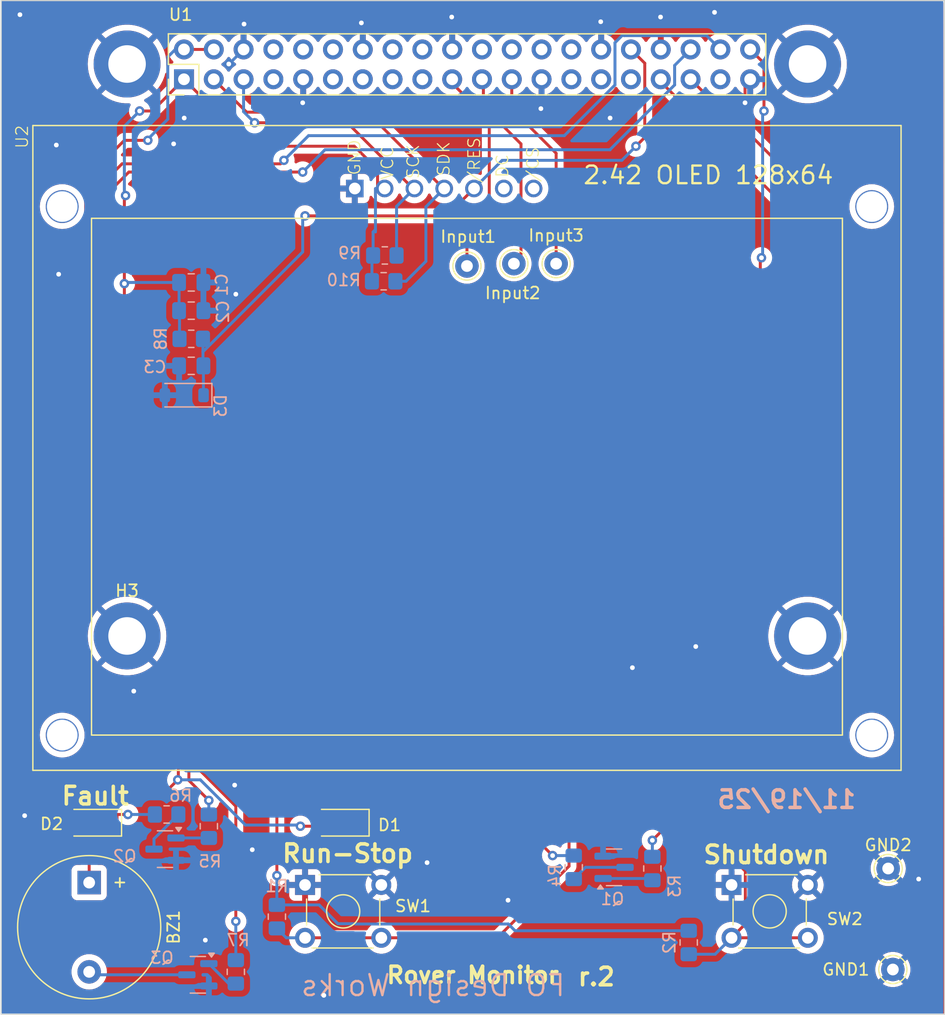
<source format=kicad_pcb>
(kicad_pcb (version 20240108) (generator "pcbnew") (generator_version "8.0")
  (layers (0 "F.Cu" signal) (31 "B.Cu" signal) (34 "B.Paste" user) (35 "F.Paste" user) (36 "B.SilkS" user "B.Silkscreen") (37 "F.SilkS" user "F.Silkscreen") (38 "B.Mask" user) (39 "F.Mask" user) (44 "Edge.Cuts" user))
  (net 0 "")
  (net 1 "GND")
  (net 2 "+5V")
  (net 3 "Net-(D2-K)")
  (net 4 "Net-(D1-K)")
  (net 5 "Net-(BZ1--)")
  (net 6 "Net-(D3-K)")
  (net 7 "+3V3")
  (net 8 "Net-(Q1-B)")
  (net 9 "Net-(Q1-C)")
  (net 10 "Net-(Q2-B)")
  (net 11 "Net-(Q2-C)")
  (net 12 "Net-(Q3-B)")
  (net 13 "/GPIO20")
  (net 14 "/GPIO16")
  (net 15 "/GPIO13")
  (net 16 "/GPIO21")
  (net 17 "/GPIO19")
  (net 18 "/SCL")
  (net 19 "/SDA")
  (net 28 "Net-(U1-SPI_MOSI)")
  (net 31 "Net-(U1-SPI_MISO)")
  (net 32 "Net-(U1-SPI_SCLK)")
  (net 38 "Net-(JP2-A)")
  (net 40 "Net-(JP1-A)")
  (net 41 "Net-(JP1-B)")
  (net 42 "Net-(JP2-B)")
  (footprint "Buzzer_Beeper:Buzzer_12x9.5RM7.6" (layer "F.Cu") (at 52.8136 136.3232 -90)
    (property "Reference" "BZ1")
    (property "Value" "Buzzer")
  )
  (footprint "TestPoint:TestPoint_THTPad_D2.0mm_Drill1.0mm" (layer "F.Cu") (at 121.3136 143.7232)
    (property "Reference" "GND1")
    (property "Value" "GND")
  )
  (footprint "TestPoint:TestPoint_THTPad_D2.0mm_Drill1.0mm" (layer "F.Cu") (at 85.0136 83.8232)
    (property "Reference" "Input1")
    (property "Value" "mosi")
  )
  (footprint "LED_SMD:LED_1206_3216Metric_Pad1.42x1.75mm_HandSolder" (layer "F.Cu") (at 53.1136 131.2232 180)
    (property "Reference" "D2")
    (property "Value" "Alarm")
  )
  (footprint "MountingHole:MountingHole_3.2mm_M3_ISO7380_Pad_TopBottom" (layer "F.Cu") (at 56.0436 115.3232)
    (property "Reference" "H3")
    (property "Value" "MountingHole_Pad")
  )
  (footprint "TestPoint:TestPoint_THTPad_D2.0mm_Drill1.0mm" (layer "F.Cu") (at 120.9136 135.1232)
    (property "Reference" "GND2")
    (property "Value" "GND")
  )
  (footprint "Button_Switch_THT:SW_TH_Tactile_Omron_B3F-10xx" (layer "F.Cu") (at 107.5636 136.5232)
    (property "Reference" "SW2")
    (property "Value" "Shutdown")
  )
  (footprint "MountingHole:MountingHole_3.2mm_M3_ISO7380_Pad_TopBottom" (layer "F.Cu") (at 56.0436 66.6232)
    (property "Reference" "H1" (hide yes))
    (property "Value" "MountingHole_Pad")
  )
  (footprint "Connector_PinHeader_2.54mm:PinHeader_2x20_P2.54mm_Vertical" (layer "F.Cu") (at 60.8936 67.9232 90)
    (property "Reference" "U1")
    (property "Value" "~")
  )
  (footprint "MountingHole:MountingHole_3.2mm_M3_ISO7380_Pad_TopBottom" (layer "F.Cu") (at 114.0436 115.3232)
    (property "Reference" "H4" (hide yes))
    (property "Value" "MountingHole_Pad")
  )
  (footprint "TestPoint:TestPoint_THTPad_D2.0mm_Drill1.0mm" (layer "F.Cu") (at 92.6136 83.6232)
    (property "Reference" "Input3")
    (property "Value" "sck")
  )
  (footprint "MountingHole:MountingHole_3.2mm_M3_ISO7380_Pad_TopBottom" (layer "F.Cu") (at 114.0436 66.6232)
    (property "Reference" "H2" (hide yes))
    (property "Value" "MountingHole_Pad")
  )
  (footprint "TestPoint:TestPoint_THTPad_D2.0mm_Drill1.0mm" (layer "F.Cu") (at 89.0136 83.6232)
    (property "Reference" "Input2")
    (property "Value" "miso")
  )
  (footprint "Button_Switch_THT:SW_TH_Tactile_Omron_B3F-10xx" (layer "F.Cu") (at 71.2136 136.5232)
    (property "Reference" "SW1")
    (property "Value" "Run-Stop")
  )
  (footprint "jerrys_Library:oled_128x64" (layer "F.Cu") (at 53.0136 79.7632)
    (property "Reference" "U2")
    (property "Value" "~")
  )
  (footprint "LED_SMD:LED_1206_3216Metric_Pad1.42x1.75mm_HandSolder" (layer "F.Cu") (at 74.2136 131.2232 180)
    (property "Reference" "D1")
    (property "Value" "Run-Stop")
  )
  (footprint "Resistor_SMD:R_0805_2012Metric_Pad1.20x1.40mm_HandSolder" (layer "B.Cu") (at 78.0136 82.9232)
    (property "Reference" "R9")
    (property "Value" "15K")
  )
  (footprint "Resistor_SMD:R_0805_2012Metric_Pad1.20x1.40mm_HandSolder" (layer "B.Cu") (at 65.3136 143.9232 90)
    (property "Reference" "R7")
    (property "Value" "27K")
  )
  (footprint "Resistor_SMD:R_0805_2012Metric_Pad1.20x1.40mm_HandSolder" (layer "B.Cu") (at 77.9136 85.1232)
    (property "Reference" "R10")
    (property "Value" "15K")
  )
  (footprint "Capacitor_SMD:C_0805_2012Metric_Pad1.18x1.45mm_HandSolder" (layer "B.Cu") (at 61.5136 87.6232)
    (property "Reference" "C2")
    (property "Value" "0.1uF")
  )
  (footprint "Resistor_SMD:R_0805_2012Metric_Pad1.20x1.40mm_HandSolder" (layer "B.Cu") (at 100.8136 135.1232 90)
    (property "Reference" "R3")
    (property "Value" "27K")
  )
  (footprint "Resistor_SMD:R_0805_2012Metric_Pad1.20x1.40mm_HandSolder" (layer "B.Cu") (at 103.9136 141.4232 -90)
    (property "Reference" "R2")
    (property "Value" "4.7K")
  )
  (footprint "Resistor_SMD:R_0805_2012Metric_Pad1.20x1.40mm_HandSolder" (layer "B.Cu") (at 94.1136 135.0232 -90)
    (property "Reference" "R4")
    (property "Value" "390R")
  )
  (footprint "Resistor_SMD:R_0805_2012Metric_Pad1.20x1.40mm_HandSolder" (layer "B.Cu") (at 63.0136 131.5232 90)
    (property "Reference" "R5")
    (property "Value" "27K")
  )
  (footprint "Capacitor_SMD:C_0805_2012Metric_Pad1.18x1.45mm_HandSolder" (layer "B.Cu") (at 61.5136 92.3232 180)
    (property "Reference" "C3")
    (property "Value" "10uF")
  )
  (footprint "Resistor_SMD:R_0805_2012Metric_Pad1.20x1.40mm_HandSolder" (layer "B.Cu") (at 68.8136 139.2232 -90)
    (property "Reference" "R1")
    (property "Value" "4.7K")
  )
  (footprint "Capacitor_SMD:C_0805_2012Metric_Pad1.18x1.45mm_HandSolder" (layer "B.Cu") (at 61.5136 85.2232 180)
    (property "Reference" "C1")
    (property "Value" "10uF")
  )
  (footprint "Diode_SMD:D_SOD-123" (layer "B.Cu") (at 60.9136 94.8232 180)
    (property "Reference" "D3")
    (property "Value" "1N4448W")
  )
  (footprint "Package_TO_SOT_SMD:SOT-23" (layer "B.Cu") (at 59.2761 133.4732 180)
    (property "Reference" "Q2")
    (property "Value" "MMBT3904")
  )
  (footprint "Package_TO_SOT_SMD:SOT-23" (layer "B.Cu") (at 97.5511 135.0232)
    (property "Reference" "Q1")
    (property "Value" "MMBT3904")
  )
  (footprint "Resistor_SMD:R_0805_2012Metric_Pad1.20x1.40mm_HandSolder" (layer "B.Cu") (at 61.5136 90.0232)
    (property "Reference" "R8")
    (property "Value" "15K")
  )
  (footprint "Resistor_SMD:R_0805_2012Metric_Pad1.20x1.40mm_HandSolder" (layer "B.Cu") (at 59.4136 130.5232)
    (property "Reference" "R6")
    (property "Value" "390R")
  )
  (footprint "Package_TO_SOT_SMD:SOT-23" (layer "B.Cu") (at 62.0761 144.1732 180)
    (property "Reference" "Q3")
    (property "Value" "MMBT3904")
  )
  (gr_line (start 45.3136 61.2232) (end 125.7136 61.2232) (stroke (width 0.1)) (layer "Edge.Cuts"))
  (gr_line (start 45.3136 147.5232) (end 45.3136 61.2232) (stroke (width 0.1)) (layer "Edge.Cuts"))
  (gr_line (start 125.7136 61.2232) (end 125.7136 147.5232) (stroke (width 0.1)) (layer "Edge.Cuts"))
  (gr_line (start 125.7136 147.5232) (end 45.3136 147.5232) (stroke (width 0.1)) (layer "Edge.Cuts"))
  (gr_text "11/19/25" (at 118.3136 130.1232 0) (layer "B.SilkS") (effects (font (size 1.5 1.5) (thickness 0.3) (bold yes)) (justify left bottom mirror)))
  (gr_text "FO Design Works" (at 93.5136 146.1232 0) (layer "B.SilkS") (effects (font (size 1.778 1.778) (thickness 0.2032)) (justify left bottom mirror)))
  (gr_text "r.2" (at 94.3136 145.2232 0) (layer "F.SilkS") (effects (font (size 1.5 1.5) (thickness 0.3) (bold yes)) (justify left bottom)))
  (gr_text "Run-Stop" (at 69.1136 134.7232 0) (layer "F.SilkS") (effects (font (size 1.5 1.5) (thickness 0.3) (bold yes)) (justify left bottom)))
  (gr_text "Rover Monitor" (at 78.0136 145.0232 0) (layer "F.SilkS") (effects (font (size 1.4 1.4) (thickness 0.3) (bold yes)) (justify left bottom)))
  (gr_text "Fault" (at 50.3136 129.8232 0) (layer "F.SilkS") (effects (font (size 1.5 1.5) (thickness 0.3) (bold yes)) (justify left bottom)))
  (gr_text "Shutdown" (at 105.0136 134.8232 0) (layer "F.SilkS") (effects (font (size 1.5 1.5) (thickness 0.3) (bold yes)) (justify left bottom)))
  (segment (start 66.0136 63.2232) (end 66.0136 65.3432) (width 0.25) (layer "F.Cu") (net 1))
  (segment (start 91.3136 70.4232) (end 91.3736 70.3632) (width 0.25) (layer "F.Cu") (net 1))
  (segment (start 91.3736 70.3632) (end 91.3736 67.9232) (width 0.25) (layer "F.Cu") (net 1))
  (segment (start 96.4136 63.0232) (end 96.4136 65.3432) (width 0.25) (layer "F.Cu") (net 1))
  (segment (start 66.0136 65.3432) (end 65.9736 65.3832) (width 0.25) (layer "F.Cu") (net 1))
  (segment (start 83.7536 62.6632) (end 83.7536 65.3832) (width 0.25) (layer "F.Cu") (net 1))
  (segment (start 96.4136 65.3432) (end 96.4536 65.3832) (width 0.25) (layer "F.Cu") (net 1))
  (segment (start 108.7136 69.9232) (end 108.7136 68.3632) (width 0.25) (layer "F.Cu") (net 1))
  (segment (start 108.7136 68.3632) (end 109.1536 67.9232) (width 0.25) (layer "F.Cu") (net 1))
  (segment (start 83.7136 62.6232) (end 83.7536 62.6632) (width 0.25) (layer "F.Cu") (net 1))
  (segment (start 101.5336 62.7432) (end 101.5336 65.3832) (width 0.25) (layer "F.Cu") (net 1))
  (segment (start 76.0136 63.1232) (end 76.0136 65.2632) (width 0.25) (layer "F.Cu") (net 1))
  (segment (start 101.5136 62.7232) (end 101.5336 62.7432) (width 0.25) (layer "F.Cu") (net 1))
  (segment (start 101.5136 62.6232) (end 101.5136 62.7232) (width 0.25) (layer "F.Cu") (net 1))
  (segment (start 76.0136 65.2632) (end 76.1336 65.3832) (width 0.25) (layer "F.Cu") (net 1))
  (via (at 88.5136 137.8232) (size 0.8) (drill 0.4) (layers "F.Cu" "B.Cu") (net 1))
  (via (at 65.2136 128.0232) (size 0.8) (drill 0.4) (layers "F.Cu" "B.Cu") (net 1))
  (via (at 76.0136 63.1232) (size 0.8) (drill 0.4) (layers "F.Cu" "B.Cu") (net 1))
  (via (at 108.7136 69.9232) (size 0.8) (drill 0.4) (layers "F.Cu" "B.Cu") (net 1))
  (via (at 60.0136 73.4232) (size 0.8) (drill 0.4) (layers "F.Cu" "B.Cu") (net 1))
  (via (at 83.7136 62.6232) (size 0.8) (drill 0.4) (layers "F.Cu" "B.Cu") (net 1))
  (via (at 66.7136 133.5232) (size 0.8) (drill 0.4) (layers "F.Cu" "B.Cu") (net 1))
  (via (at 50.2136 84.5232) (size 0.8) (drill 0.4) (layers "F.Cu" "B.Cu") (net 1))
  (via (at 71.0136 69.9232) (size 0.8) (drill 0.4) (layers "F.Cu" "B.Cu") (net 1))
  (via (at 66.0136 63.2232) (size 0.8) (drill 0.4) (layers "F.Cu" "B.Cu") (net 1))
  (via (at 91.3136 70.4232) (size 0.8) (drill 0.4) (layers "F.Cu" "B.Cu") (net 1))
  (via (at 47.3136 130.6232) (size 0.8) (drill 0.4) (layers "F.Cu" "B.Cu") (net 1))
  (via (at 104.5136 116.2232) (size 0.8) (drill 0.4) (layers "F.Cu" "B.Cu") (net 1))
  (via (at 101.5136 62.6232) (size 0.8) (drill 0.4) (layers "F.Cu" "B.Cu") (net 1))
  (via (at 62.7136 141.2232) (size 0.8) (drill 0.4) (layers "F.Cu" "B.Cu") (net 1))
  (via (at 97.2136 71.2232) (size 0.8) (drill 0.4) (layers "F.Cu" "B.Cu") (net 1))
  (via (at 81.6136 134.6232) (size 0.8) (drill 0.4) (layers "F.Cu" "B.Cu") (net 1))
  (via (at 96.4136 63.0232) (size 0.8) (drill 0.4) (layers "F.Cu" "B.Cu") (net 1))
  (via (at 50.0136 73.5232) (size 0.8) (drill 0.4) (layers "F.Cu" "B.Cu") (net 1))
  (via (at 106.1136 62.2232) (size 0.8) (drill 0.4) (layers "F.Cu" "B.Cu") (net 1))
  (via (at 65.3136 86.2232) (size 0.8) (drill 0.4) (layers "F.Cu" "B.Cu") (net 1))
  (via (at 99.1136 118.0232) (size 0.8) (drill 0.4) (layers "F.Cu" "B.Cu") (net 1))
  (via (at 56.6136 120.0232) (size 0.8) (drill 0.4) (layers "F.Cu" "B.Cu") (net 1))
  (via (at 123.5136 136.0232) (size 0.8) (drill 0.4) (layers "F.Cu" "B.Cu") (net 1))
  (via (at 64.7136 66.6232) (size 0.8) (drill 0.4) (layers "F.Cu" "B.Cu") (net 1))
  (via (at 60.9136 71.2232) (size 0.8) (drill 0.4) (layers "F.Cu" "B.Cu") (net 1))
  (via (at 46.9136 62.4232) (size 0.8) (drill 0.4) (layers "F.Cu" "B.Cu") (net 1))
  (via (at 72.8136 145.9232) (size 0.8) (drill 0.4) (layers "F.Cu" "B.Cu") (net 1))
  (segment (start 71.0136 67.9632) (end 71.0536 67.9232) (width 0.25) (layer "B.Cu") (net 1))
  (segment (start 64.7136 66.6232) (end 64.7336 66.6232) (width 0.25) (layer "B.Cu") (net 1))
  (segment (start 71.0136 69.9232) (end 71.0136 67.9632) (width 0.25) (layer "B.Cu") (net 1))
  (segment (start 64.7336 66.6232) (end 65.9736 65.3832) (width 0.25) (layer "B.Cu") (net 1))
  (segment (start 60.4136 110.4232) (end 60.4136 127.5232) (width 0.25) (layer "F.Cu") (net 2))
  (segment (start 52.3386 128.5232) (end 59.4136 128.5232) (width 0.25) (layer "F.Cu") (net 2))
  (segment (start 51.6136 129.2482) (end 52.3386 128.5232) (width 0.25) (layer "F.Cu") (net 2))
  (segment (start 60.4136 127.5232) (end 60.3636 127.5732) (width 0.25) (layer "F.Cu") (net 2))
  (segment (start 59.4136 128.5232) (end 60.3636 127.5732) (width 0.25) (layer "F.Cu") (net 2))
  (segment (start 60.8936 65.3832) (end 63.4336 65.3832) (width 0.25) (layer "F.Cu") (net 2))
  (segment (start 52.5136 76.4232) (end 52.5136 102.5232) (width 0.25) (layer "F.Cu") (net 2))
  (segment (start 52.8136 132.7232) (end 51.6136 131.5232) (width 0.25) (layer "F.Cu") (net 2))
  (segment (start 57.8136 73.1232) (end 55.8136 73.1232) (width 0.25) (layer "F.Cu") (net 2))
  (segment (start 70.8136 131.5232) (end 72.4261 131.5232) (width 0.25) (layer "F.Cu") (net 2))
  (segment (start 51.6136 131.5232) (end 51.6136 129.2482) (width 0.25) (layer "F.Cu") (net 2))
  (segment (start 55.8136 73.1232) (end 52.5136 76.4232) (width 0.25) (layer "F.Cu") (net 2))
  (segment (start 52.5136 102.5232) (end 60.4136 110.4232) (width 0.25) (layer "F.Cu") (net 2))
  (segment (start 72.4261 131.5232) (end 72.7261 131.2232) (width 0.25) (layer "F.Cu") (net 2))
  (segment (start 52.8136 136.3232) (end 52.8136 132.7232) (width 0.25) (layer "F.Cu") (net 2))
  (via (at 57.8136 73.1232) (size 0.8) (drill 0.4) (layers "F.Cu" "B.Cu") (net 2))
  (via (at 70.8136 131.5232) (size 0.8) (drill 0.4) (layers "F.Cu" "B.Cu") (net 2))
  (via (at 60.3636 127.5732) (size 0.8) (drill 0.4) (layers "F.Cu" "B.Cu") (net 2))
  (segment (start 57.8136 73.0232) (end 59.5136 71.3232) (width 0.25) (layer "B.Cu") (net 2))
  (segment (start 70.8136 131.5232) (end 70.7136 131.4232) (width 0.25) (layer "B.Cu") (net 2))
  (segment (start 62.288905 127.5732) (end 60.3636 127.5732) (width 0.25) (layer "B.Cu") (net 2))
  (segment (start 66.138905 131.4232) (end 62.288905 127.5732) (width 0.25) (layer "B.Cu") (net 2))
  (segment (start 57.8136 73.1232) (end 57.8136 73.0232) (width 0.25) (layer "B.Cu") (net 2))
  (segment (start 59.5136 66.0232) (end 60.1536 65.3832) (width 0.25) (layer "B.Cu") (net 2))
  (segment (start 59.5136 71.3232) (end 59.5136 66.0232) (width 0.25) (layer "B.Cu") (net 2))
  (segment (start 70.7136 131.4232) (end 66.138905 131.4232) (width 0.25) (layer "B.Cu") (net 2))
  (segment (start 60.1536 65.3832) (end 60.8936 65.3832) (width 0.25) (layer "B.Cu") (net 2))
  (segment (start 54.3136 130.5232) (end 56.1136 130.5232) (width 0.25) (layer "F.Cu") (net 3))
  (via (at 56.1136 130.5232) (size 0.8) (drill 0.4) (layers "F.Cu" "B.Cu") (net 3))
  (segment (start 56.1136 130.5232) (end 58.4136 130.5232) (width 0.25) (layer "B.Cu") (net 3))
  (segment (start 89.5136 131.2232) (end 92.3136 134.0232) (width 0.25) (layer "F.Cu") (net 4))
  (segment (start 75.7011 131.2232) (end 89.5136 131.2232) (width 0.25) (layer "F.Cu") (net 4))
  (via (at 92.3136 134.0232) (size 0.8) (drill 0.4) (layers "F.Cu" "B.Cu") (net 4))
  (segment (start 92.3136 134.0232) (end 94.1136 134.0232) (width 0.25) (layer "B.Cu") (net 4))
  (segment (start 53.0636 144.1732) (end 52.8136 143.9232) (width 0.25) (layer "F.Cu") (net 5))
  (segment (start 61.1386 144.1732) (end 53.0636 144.1732) (width 0.25) (layer "B.Cu") (net 5))
  (segment (start 53.0636 144.1732) (end 52.8136 143.9232) (width 0.25) (layer "B.Cu") (net 5))
  (segment (start 100.1686 66.5582) (end 98.9936 65.3832) (width 0.25) (layer "F.Cu") (net 6))
  (segment (start 71.2136 79.5532) (end 83.2836 79.5532) (width 0.25) (layer "F.Cu") (net 6))
  (segment (start 85.4636 77.3732) (end 85.4636 77.2232) (width 0.25) (layer "F.Cu") (net 6))
  (segment (start 85.0136 77.4232) (end 85.2136 77.6232) (width 0.25) (layer "F.Cu") (net 6))
  (segment (start 100.1686 72.8682) (end 100.1686 66.5582) (width 0.25) (layer "F.Cu") (net 6))
  (segment (start 99.4136 73.6232) (end 100.1686 72.8682) (width 0.25) (layer "F.Cu") (net 6))
  (segment (start 83.2836 79.5532) (end 85.4636 77.3732) (width 0.25) (layer "F.Cu") (net 6))
  (via (at 71.2136 79.5532) (size 0.8) (drill 0.4) (layers "F.Cu" "B.Cu") (net 6))
  (via (at 99.4136 73.6232) (size 0.8) (drill 0.4) (layers "F.Cu" "B.Cu") (net 6))
  (segment (start 62.5511 94.8107) (end 62.5636 94.8232) (width 0.25) (layer "B.Cu") (net 6))
  (segment (start 62.5136 92.2857) (end 62.5511 92.3232) (width 0.25) (layer "B.Cu") (net 6))
  (segment (start 99.4136 73.6232) (end 98.2136 74.8232) (width 0.25) (layer "B.Cu") (net 6))
  (segment (start 62.5511 92.3232) (end 62.5511 94.8107) (width 0.25) (layer "B.Cu") (net 6))
  (segment (start 62.5136 90.0232) (end 62.5136 91.1232) (width 0.25) (layer "B.Cu") (net 6))
  (segment (start 71.2136 79.5532) (end 71.0136 79.7532) (width 0.25) (layer "B.Cu") (net 6))
  (segment (start 88.0136 74.8232) (end 85.6136 77.2232) (width 0.25) (layer "B.Cu") (net 6))
  (segment (start 98.2136 74.8232) (end 88.0136 74.8232) (width 0.25) (layer "B.Cu") (net 6))
  (segment (start 62.5136 91.1232) (end 62.5136 92.2857) (width 0.25) (layer "B.Cu") (net 6))
  (segment (start 71.0136 79.7532) (end 71.0136 82.6232) (width 0.25) (layer "B.Cu") (net 6))
  (segment (start 71.0136 82.6232) (end 62.5136 91.1232) (width 0.25) (layer "B.Cu") (net 6))
  (segment (start 57.1136 70.6232) (end 58.1936 70.6232) (width 0.25) (layer "F.Cu") (net 7))
  (segment (start 68.8136 128.9232) (end 68.8136 135.7232) (width 0.25) (layer "F.Cu") (net 7))
  (segment (start 77.3936 75.6032) (end 77.3936 77.3382) (width 0.25) (layer "F.Cu") (net 7))
  (segment (start 65.5136 111.8232) (end 65.5136 125.6232) (width 0.25) (layer "F.Cu") (net 7))
  (segment (start 55.8136 85.3232) (end 55.8136 102.1232) (width 0.25) (layer "F.Cu") (net 7))
  (segment (start 60.7936 67.8232) (end 60.8936 67.9232) (width 0.25) (layer "F.Cu") (net 7))
  (segment (start 58.1936 70.6232) (end 60.8936 67.9232) (width 0.25) (layer "F.Cu") (net 7))
  (segment (start 66.5936 73.6232) (end 60.8936 67.9232) (width 0.25) (layer "F.Cu") (net 7))
  (segment (start 65.5136 125.6232) (end 68.8136 128.9232) (width 0.25) (layer "F.Cu") (net 7))
  (segment (start 55.8136 102.1232) (end 65.5136 111.8232) (width 0.25) (layer "F.Cu") (net 7))
  (segment (start 75.4136 73.6232) (end 66.5936 73.6232) (width 0.25) (layer "F.Cu") (net 7))
  (segment (start 55.8136 77.8232) (end 55.8136 85.3232) (width 0.25) (layer "F.Cu") (net 7))
  (segment (start 55.9136 77.8232) (end 55.8136 77.8232) (width 0.25) (layer "F.Cu") (net 7))
  (segment (start 75.4136 73.6232) (end 77.3936 75.6032) (width 0.25) (layer "F.Cu") (net 7))
  (via (at 55.9136 77.8232) (size 0.8) (drill 0.4) (layers "F.Cu" "B.Cu") (net 7))
  (via (at 57.1136 70.6232) (size 0.8) (drill 0.4) (layers "F.Cu" "B.Cu") (net 7))
  (via (at 68.8136 135.7232) (size 0.8) (drill 0.4) (layers "F.Cu" "B.Cu") (net 7))
  (via (at 55.8136 85.3232) (size 0.8) (drill 0.4) (layers "F.Cu" "B.Cu") (net 7))
  (segment (start 74.0136 139.8232) (end 75.5136 139.8232) (width 0.25) (layer "B.Cu") (net 7))
  (segment (start 77.0136 80.9232) (end 77.0136 82.9232) (width 0.25) (layer "B.Cu") (net 7))
  (segment (start 77.2136 80.7232) (end 77.0136 80.9232) (width 0.25) (layer "B.Cu") (net 7))
  (segment (start 88.5386 139.8482) (end 89.1136 140.4232) (width 0.25) (layer "B.Cu") (net 7))
  (segment (start 68.8136 138.2232) (end 72.4136 138.2232) (width 0.25) (layer "B.Cu") (net 7))
  (segment (start 72.4136 138.2232) (end 74.0136 139.8232) (width 0.25) (layer "B.Cu") (net 7))
  (segment (start 75.5386 139.8482) (end 88.5386 139.8482) (width 0.25) (layer "B.Cu") (net 7))
  (segment (start 55.9136 85.3232) (end 56.0136 85.2232) (width 0.25) (layer "B.Cu") (net 7))
  (segment (start 68.8136 135.7232) (end 68.8136 138.2232) (width 0.25) (layer "B.Cu") (net 7))
  (segment (start 60.5136 90.0232) (end 60.5136 87.6607) (width 0.25) (layer "B.Cu") (net 7))
  (segment (start 60.5136 87.6607) (end 60.4761 87.6232) (width 0.25) (layer "B.Cu") (net 7))
  (segment (start 76.9136 83.0232) (end 77.0136 82.9232) (width 0.25) (layer "B.Cu") (net 7))
  (segment (start 55.8136 77.7232) (end 55.9136 77.8232) (width 0.25) (layer "B.Cu") (net 7))
  (segment (start 103.9136 140.4232) (end 89.1136 140.4232) (width 0.25) (layer "B.Cu") (net 7))
  (segment (start 56.0136 85.2232) (end 60.4761 85.2232) (width 0.25) (layer "B.Cu") (net 7))
  (segment (start 77.2136 80.7232) (end 77.2136 77.2232) (width 0.25) (layer "B.Cu") (net 7))
  (segment (start 55.8136 71.9232) (end 55.8136 77.7232) (width 0.25) (layer "B.Cu") (net 7))
  (segment (start 75.5136 139.8232) (end 75.5386 139.8482) (width 0.25) (layer "B.Cu") (net 7))
  (segment (start 55.8136 85.3232) (end 55.9136 85.3232) (width 0.25) (layer "B.Cu") (net 7))
  (segment (start 76.9136 85.1232) (end 76.9136 83.0232) (width 0.25) (layer "B.Cu") (net 7))
  (segment (start 57.1136 70.6232) (end 55.8136 71.9232) (width 0.25) (layer "B.Cu") (net 7))
  (segment (start 60.4761 87.6232) (end 60.4761 85.2232) (width 0.25) (layer "B.Cu") (net 7))
  (segment (start 77.2136 80.9232) (end 77.2136 80.7232) (width 0.25) (layer "B.Cu") (net 7))
  (segment (start 96.6136 135.9732) (end 100.6636 135.9732) (width 0.25) (layer "B.Cu") (net 8))
  (segment (start 100.6636 135.9732) (end 100.8136 136.1232) (width 0.25) (layer "B.Cu") (net 8))
  (segment (start 95.1136 135.0232) (end 94.1136 136.0232) (width 0.25) (layer "B.Cu") (net 9))
  (segment (start 98.4886 135.0232) (end 95.1136 135.0232) (width 0.25) (layer "B.Cu") (net 9))
  (segment (start 60.2136 132.5232) (end 63.0136 132.5232) (width 0.25) (layer "B.Cu") (net 10))
  (segment (start 60.4136 130.5232) (end 58.3386 132.5982) (width 0.25) (layer "B.Cu") (net 11))
  (segment (start 58.3386 132.5982) (end 58.3386 133.4732) (width 0.25) (layer "B.Cu") (net 11))
  (segment (start 63.0136 143.2232) (end 64.7136 144.9232) (width 0.25) (layer "B.Cu") (net 12))
  (segment (start 64.7136 144.9232) (end 65.3136 144.9232) (width 0.25) (layer "B.Cu") (net 12))
  (segment (start 53.6136 77.1232) (end 55.6136 75.1232) (width 0.25) (layer "F.Cu") (net 13))
  (segment (start 55.6136 75.1232) (end 69.1136 75.1232) (width 0.25) (layer "F.Cu") (net 13))
  (segment (start 69.1136 75.1232) (end 69.4136 74.8232) (width 0.25) (layer "F.Cu") (net 13))
  (segment (start 53.6136 102.3232) (end 53.6136 77.1232) (width 0.25) (layer "F.Cu") (net 13))
  (segment (start 61.3136 110.0232) (end 53.6136 102.3232) (width 0.25) (layer "F.Cu") (net 13))
  (segment (start 63.0136 129.3232) (end 61.3136 127.6232) (width 0.25) (layer "F.Cu") (net 13))
  (segment (start 61.3136 127.6232) (end 61.3136 110.0232) (width 0.25) (layer "F.Cu") (net 13))
  (via (at 63.0136 129.3232) (size 0.8) (drill 0.4) (layers "F.Cu" "B.Cu") (net 13))
  (via (at 69.4136 74.8232) (size 0.8) (drill 0.4) (layers "F.Cu" "B.Cu") (net 13))
  (segment (start 98.3136 64.1232) (end 98.3986 64.2082) (width 0.25) (layer "B.Cu") (net 13))
  (segment (start 63.0136 129.3232) (end 63.0136 130.5232) (width 0.25) (layer "B.Cu") (net 13))
  (segment (start 97.6286 68.409901) (end 97.6286 64.8082) (width 0.25) (layer "B.Cu") (net 13))
  (segment (start 69.4136 74.8232) (end 71.5136 72.7232) (width 0.25) (layer "B.Cu") (net 13))
  (segment (start 93.315301 72.7232) (end 97.6286 68.409901) (width 0.25) (layer "B.Cu") (net 13))
  (segment (start 71.5136 72.7232) (end 93.315301 72.7232) (width 0.25) (layer "B.Cu") (net 13))
  (segment (start 98.3986 64.2082) (end 105.4386 64.2082) (width 0.25) (layer "B.Cu") (net 13))
  (segment (start 97.6286 64.8082) (end 98.3136 64.1232) (width 0.25) (layer "B.Cu") (net 13))
  (segment (start 105.4386 64.2082) (end 106.6136 65.3832) (width 0.25) (layer "B.Cu") (net 13))
  (segment (start 54.3136 77.703681) (end 56.194081 75.8232) (width 0.25) (layer "F.Cu") (net 14))
  (segment (start 62.1636 109.5732) (end 54.3136 101.7232) (width 0.25) (layer "F.Cu") (net 14))
  (segment (start 62.1636 126.6732) (end 62.1636 109.5732) (width 0.25) (layer "F.Cu") (net 14))
  (segment (start 56.194081 75.8232) (end 71.0136 75.8232) (width 0.25) (layer "F.Cu") (net 14))
  (segment (start 65.3136 129.8232) (end 62.1636 126.6732) (width 0.25) (layer "F.Cu") (net 14))
  (segment (start 65.3136 139.6232) (end 65.3136 129.8232) (width 0.25) (layer "F.Cu") (net 14))
  (segment (start 54.3136 101.7232) (end 54.3136 77.703681) (width 0.25) (layer "F.Cu") (net 14))
  (via (at 65.3136 139.6232) (size 0.8) (drill 0.4) (layers "F.Cu" "B.Cu") (net 14))
  (via (at 71.0136 75.8232) (size 0.8) (drill 0.4) (layers "F.Cu" "B.Cu") (net 14))
  (segment (start 97.2136 73.904901) (end 102.7136 68.404901) (width 0.25) (layer "B.Cu") (net 14))
  (segment (start 102.7136 66.7432) (end 104.0736 65.3832) (width 0.25) (layer "B.Cu") (net 14))
  (segment (start 65.3136 142.9232) (end 65.3136 139.6232) (width 0.25) (layer "B.Cu") (net 14))
  (segment (start 97.2136 73.9232) (end 97.2136 73.904901) (width 0.25) (layer "B.Cu") (net 14))
  (segment (start 71.0136 75.8232) (end 72.9136 73.9232) (width 0.25) (layer "B.Cu") (net 14))
  (segment (start 72.9136 73.9232) (end 97.2136 73.9232) (width 0.25) (layer "B.Cu") (net 14))
  (segment (start 102.7136 68.404901) (end 102.7136 66.7432) (width 0.25) (layer "B.Cu") (net 14))
  (segment (start 101.5336 67.9232) (end 101.5336 68.1432) (width 0.25) (layer "F.Cu") (net 15))
  (segment (start 101.8636 113.4732) (end 101.8636 131.6732) (width 0.25) (layer "F.Cu") (net 15))
  (segment (start 111.7136 103.6232) (end 101.8636 113.4732) (width 0.25) (layer "F.Cu") (net 15))
  (segment (start 111.7136 78.3232) (end 111.7136 103.6232) (width 0.25) (layer "F.Cu") (net 15))
  (segment (start 101.5336 68.1432) (end 111.7136 78.3232) (width 0.25) (layer "F.Cu") (net 15))
  (segment (start 101.8636 131.6732) (end 100.8136 132.7232) (width 0.25) (layer "F.Cu") (net 15))
  (via (at 100.8136 132.7232) (size 0.8) (drill 0.4) (layers "F.Cu" "B.Cu") (net 15))
  (segment (start 100.8136 134.1232) (end 100.8136 132.7232) (width 0.25) (layer "B.Cu") (net 15))
  (segment (start 70.9136 141.2232) (end 71.2136 140.9232) (width 0.25) (layer "F.Cu") (net 16))
  (segment (start 110.0136 102.6232) (end 93.7136 118.9232) (width 0.25) (layer "F.Cu") (net 16))
  (segment (start 110.0136 83.2232) (end 110.0136 102.6232) (width 0.25) (layer "F.Cu") (net 16))
  (segment (start 110.1136 83.1232) (end 110.0136 83.2232) (width 0.25) (layer "F.Cu") (net 16))
  (segment (start 87.6136 141.0232) (end 80.0136 141.0232) (width 0.25) (layer "F.Cu") (net 16))
  (segment (start 109.1536 65.3832) (end 110.3286 66.5582) (width 0.25) (layer "F.Cu") (net 16))
  (segment (start 93.7136 118.9232) (end 93.7136 127.0232) (width 0.25) (layer "F.Cu") (net 16))
  (segment (start 93.7136 127.0232) (end 93.7136 134.9232) (width 0.25) (layer "F.Cu") (net 16))
  (segment (start 77.7136 141.0232) (end 80.0136 141.0232) (width 0.25) (layer "F.Cu") (net 16))
  (segment (start 110.3286 66.5582) (end 110.3286 70.6232) (width 0.25) (layer "F.Cu") (net 16))
  (segment (start 71.2136 141.0232) (end 77.7136 141.0232) (width 0.25) (layer "F.Cu") (net 16))
  (segment (start 93.7136 134.9232) (end 87.6136 141.0232) (width 0.25) (layer "F.Cu") (net 16))
  (via (at 110.1136 83.1232) (size 0.8) (drill 0.4) (layers "F.Cu" "B.Cu") (net 16))
  (via (at 110.3286 70.6232) (size 0.8) (drill 0.4) (layers "F.Cu" "B.Cu") (net 16))
  (segment (start 71.2136 141.0232) (end 69.6136 141.0232) (width 0.25) (layer "B.Cu") (net 16))
  (segment (start 69.6136 141.0232) (end 68.8136 140.2232) (width 0.25) (layer "B.Cu") (net 16))
  (segment (start 110.2136 83.0232) (end 110.2136 70.7382) (width 0.25) (layer "B.Cu") (net 16))
  (segment (start 110.2136 70.7382) (end 110.3286 70.6232) (width 0.25) (layer "B.Cu") (net 16))
  (segment (start 110.1136 83.1232) (end 110.2136 83.0232) (width 0.25) (layer "B.Cu") (net 16))
  (segment (start 108.1136 71.6232) (end 113.0136 76.5232) (width 0.25) (layer "F.Cu") (net 17))
  (segment (start 108.7386 139.8482) (end 107.5636 141.0232) (width 0.25) (layer "F.Cu") (net 17))
  (segment (start 113.0136 76.5232) (end 113.0136 106.1232) (width 0.25) (layer "F.Cu") (net 17))
  (segment (start 107.7736 71.6232) (end 108.1136 71.6232) (width 0.25) (layer "F.Cu") (net 17))
  (segment (start 108.2136 110.9232) (end 108.2136 134.8232) (width 0.25) (layer "F.Cu") (net 17))
  (segment (start 107.5636 141.0232) (end 114.0636 141.0232) (width 0.25) (layer "F.Cu") (net 17))
  (segment (start 104.0736 67.9232) (end 107.7736 71.6232) (width 0.25) (layer "F.Cu") (net 17))
  (segment (start 108.2136 134.8232) (end 108.7386 135.3482) (width 0.25) (layer "F.Cu") (net 17))
  (segment (start 113.0136 106.1232) (end 108.2136 110.9232) (width 0.25) (layer "F.Cu") (net 17))
  (segment (start 108.7386 135.3482) (end 108.7386 139.8482) (width 0.25) (layer "F.Cu") (net 17))
  (segment (start 106.1636 142.4232) (end 107.5636 141.0232) (width 0.25) (layer "B.Cu") (net 17))
  (segment (start 103.9136 142.4232) (end 106.1636 142.4232) (width 0.25) (layer "B.Cu") (net 17))
  (segment (start 80.5336 77.2232) (end 80.4136 77.2232) (width 0.25) (layer "F.Cu") (net 18))
  (segment (start 80.4136 77.2232) (end 74.8136 71.6232) (width 0.25) (layer "F.Cu") (net 18))
  (segment (start 74.8136 71.6232) (end 66.9136 71.6232) (width 0.25) (layer "F.Cu") (net 18))
  (segment (start 66.9136 71.6232) (end 66.8136 71.6232) (width 0.25) (layer "F.Cu") (net 18))
  (via (at 66.9136 71.6232) (size 0.8) (drill 0.4) (layers "F.Cu" "B.Cu") (net 18))
  (segment (start 65.9736 70.6832) (end 65.9736 67.9232) (width 0.25) (layer "B.Cu") (net 18))
  (segment (start 79.0136 78.7432) (end 80.5336 77.2232) (width 0.25) (layer "B.Cu") (net 18))
  (segment (start 79.0136 82.9232) (end 79.0136 78.7432) (width 0.25) (layer "B.Cu") (net 18))
  (segment (start 66.9136 71.6232) (end 65.9736 70.6832) (width 0.25) (layer "B.Cu") (net 18))
  (segment (start 66.2336 70.7232) (end 76.5136 70.7232) (width 0.25) (layer "F.Cu") (net 19))
  (segment (start 63.4336 67.9232) (end 66.2336 70.7232) (width 0.25) (layer "F.Cu") (net 19))
  (segment (start 76.5136 70.7232) (end 82.8011 77.0107) (width 0.25) (layer "F.Cu") (net 19))
  (segment (start 81.5136 78.7832) (end 83.0736 77.2232) (width 0.25) (layer "B.Cu") (net 19))
  (segment (start 79.8136 85.1232) (end 81.5136 83.4232) (width 0.25) (layer "B.Cu") (net 19))
  (segment (start 78.9136 85.1232) (end 79.8136 85.1232) (width 0.25) (layer "B.Cu") (net 19))
  (segment (start 81.5136 83.4232) (end 81.5136 78.7832) (width 0.25) (layer "B.Cu") (net 19))
  (segment (start 83.7536 68.2632) (end 83.7536 67.9232) (width 0.25) (layer "F.Cu") (net 28))
  (segment (start 85.0136 83.8232) (end 85.0136 81.8232) (width 0.25) (layer "F.Cu") (net 28))
  (segment (start 86.9136 79.9232) (end 86.9136 71.4232) (width 0.25) (layer "F.Cu") (net 28))
  (segment (start 85.0136 81.8232) (end 86.9136 79.9232) (width 0.25) (layer "F.Cu") (net 28))
  (segment (start 86.9136 71.4232) (end 83.7536 68.2632) (width 0.25) (layer "F.Cu") (net 28))
  (segment (start 89.6186 83.0182) (end 89.6186 73.4282) (width 0.25) (layer "F.Cu") (net 31))
  (segment (start 86.4136 68.0432) (end 86.2936 67.9232) (width 0.25) (layer "F.Cu") (net 31))
  (segment (start 89.6186 73.4282) (end 86.4136 70.2232) (width 0.25) (layer "F.Cu") (net 31))
  (segment (start 89.0136 83.6232) (end 88.8386 83.4482) (width 0.25) (layer "F.Cu") (net 31))
  (segment (start 89.0136 83.6232) (end 89.6186 83.0182) (width 0.25) (layer "F.Cu") (net 31))
  (segment (start 86.4136 70.2232) (end 86.4136 68.0432) (width 0.25) (layer "F.Cu") (net 31))
  (segment (start 88.8336 70.4432) (end 88.8336 67.9232) (width 0.25) (layer "F.Cu") (net 32))
  (segment (start 92.6136 83.6232) (end 92.6136 74.2232) (width 0.25) (layer "F.Cu") (net 32))
  (segment (start 92.6136 74.2232) (end 88.8336 70.4432) (width 0.25) (layer "F.Cu") (net 32))
  (zone (net 1) (net_name "GND") (layer "F.Cu") (connect_pads (clearance 0.508)) (min_thickness 0.25) (fill yes (thermal_gap 0.5) (thermal_bridge_width 0.5))
    (polygon (pts (xy 45.3136 61.3232) (xy 125.6136 61.3232) (xy 125.7136 147.5232) (xy 45.3136 147.5232)))
  )
  (zone (net 1) (net_name "GND") (layer "B.Cu") (priority 1) (connect_pads (clearance 0.508)) (min_thickness 0.25) (fill yes (thermal_gap 0.5) (thermal_bridge_width 0.5))
    (polygon (pts (xy 125.6136 61.2232) (xy 125.6136 147.5232) (xy 45.3136 147.5232) (xy 45.2136 61.2232)))
  )
)
</source>
